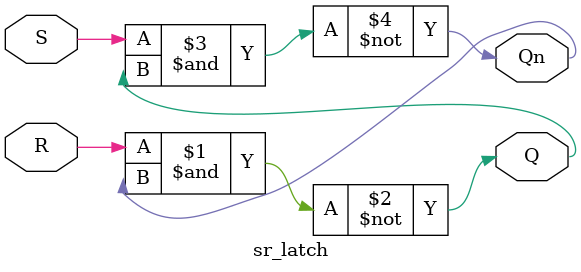
<source format=v>

module generate_mux (data, sel, out);
 
 input [15:0] data;
 input [3:0] sel;
 output out;

// Non-constant index in expession on RHS generates MUX 
 assign out = data[sel];
 
endmodule

module generate_set_mux (a, b, f, sel);

 input [0:3] a, b;
 input sel;
 output [0:3] f;

// Conditional operator generates a MUX 
 assign f = sel ? a : b;
 
endmodule


module generate_decoder (out, in, sel);

 input in;
 input [0:1] sel;
 output [0:3] out;

// Non-constant index in expression on LHS generates a decoder
 assign out[sel] = in;
 
endmodule


module latch (D, Q, En);

    input D, En;
    input Q;

// Sequential logic element
    assign Q = En ? D : Q;

endmodule


module sr_latch (S, R, Q, Qn);

    input S, R;
    output Q, Qn;

    assign Q = ~(R & Qn);
    assign Qn = ~(S & Q);

endmodule

</source>
